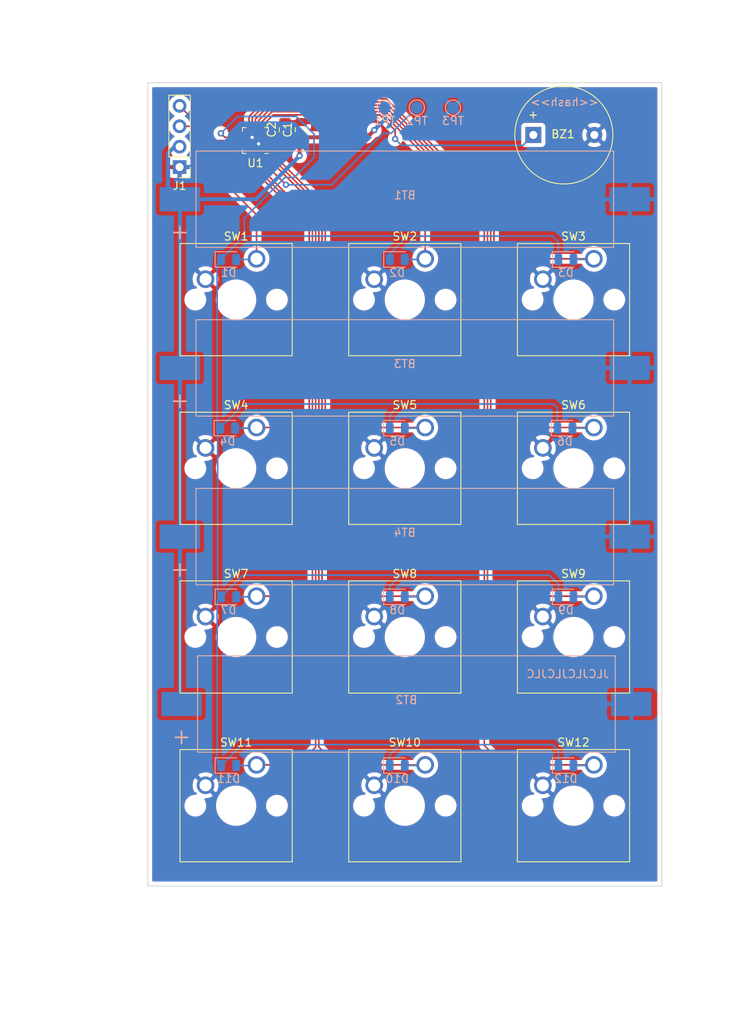
<source format=kicad_pcb>
(kicad_pcb (version 20171130) (host pcbnew "(5.1.10-1-10_14)")
  (title_block (rev <<hash>>))
  (layers (0 F.Cu signal) (31 B.Cu signal) (34 B.Paste user) (35 F.Paste user) (36 B.SilkS user) (37 F.SilkS user) (38 B.Mask user) (39 F.Mask user) (44 Edge.Cuts user))
  (net 0 "")
  (net 1 GND)
  (net 2 VCC)
  (net 3 Button1)
  (net 4 Int)
  (net 5 Button2)
  (net 6 Button3)
  (net 7 Button4)
  (net 8 Button5)
  (net 9 Button6)
  (net 10 Button7)
  (net 11 Button8)
  (net 12 Button9)
  (net 13 Button0)
  (net 14 ButtonStart)
  (net 15 ButtonReset)
  (net 16 SDA)
  (net 17 SCL)
  (net 18 UPDI)
  (net 19 "Net-(U1-Pad11)")
  (net 20 Buzzer)
  (module Connector_PinHeader_2.54mm:PinHeader_1x04_P2.54mm_Vertical (layer F.Cu) (at 96.96 37.5 180)
    (fp_text reference J1 (at 0 -2.33) (layer F.SilkS))
    (fp_text value Conn_01x04)
    (fp_line (start -1.33 8.95) (end 1.33 8.95) (layer F.SilkS) (width 0.12))
    (fp_line (start -1.33 1.27) (end -1.33 8.95) (layer F.SilkS) (width 0.12))
    (fp_line (start 1.33 1.27) (end 1.33 8.95) (layer F.SilkS) (width 0.12))
    (fp_line (start -1.33 1.27) (end 1.33 1.27) (layer F.SilkS) (width 0.12))
    (fp_line (start -1.33 0) (end -1.33 -1.33) (layer F.SilkS) (width 0.12))
    (fp_line (start -1.33 -1.33) (end 0 -1.33) (layer F.SilkS) (width 0.12))
    (pad 4 thru_hole oval (at 0 7.62 180) (size 1.7 1.7) (drill 1) (layers *.Cu *.Mask) (net 16 SDA))
    (pad 3 thru_hole oval (at 0 5.08 180) (size 1.7 1.7) (drill 1) (layers *.Cu *.Mask) (net 17 SCL))
    (pad 2 thru_hole oval (at 0 2.54 180) (size 1.7 1.7) (drill 1) (layers *.Cu *.Mask) (net 2 VCC))
    (pad 1 thru_hole rect (at 0 0 180) (size 1.7 1.7) (drill 1) (layers *.Cu *.Mask) (net 1 GND))
  )
  (module Buzzer_Beeper:Buzzer_12x9.5RM7.6 (layer F.Cu) (at 141 33.5)
    (fp_text reference BZ1 (at 3.7 -0.1) (layer F.SilkS))
    (fp_text value Buzzer)
    (fp_circle (center 3.8 0) (end 9.9 0) (layer F.SilkS) (width 0.12))
    (fp_text user + (at -0.01 -2.54) (layer F.SilkS))
    (pad 2 thru_hole circle (at 7.6 0) (size 2 2) (drill 1) (layers *.Cu *.Mask) (net 1 GND))
    (pad 1 thru_hole rect (at 0 0) (size 2 2) (drill 1) (layers *.Cu *.Mask) (net 20 Buzzer))
  )
  (module Battery:BatteryHolder_3DPrint_1xAAA (layer B.Cu) (at 125 83.5)
    (fp_text reference BT4 (at 0 -0.5) (layer B.SilkS) (effects (justify mirror)))
    (fp_text value Battery_Cell)
    (fp_line (start -26 6) (end 26 6) (layer B.SilkS) (width 0.12))
    (fp_line (start 26 6) (end 26 -6) (layer B.SilkS) (width 0.12))
    (fp_line (start 26 -6) (end -26 -6) (layer B.SilkS) (width 0.12))
    (fp_line (start -26 -6) (end -26 6) (layer B.SilkS) (width 0.12))
    (fp_text user + (at -28 4) (layer B.SilkS) (effects (font (size 2 2) (thickness 0.2)) (justify mirror)))
    (pad 2 smd rect (at 28 0) (size 5 3) (layers B.Cu B.Paste B.Mask) (net 1 GND))
    (pad 1 smd rect (at -28 0) (size 5 3) (layers B.Cu B.Paste B.Mask) (net 2 VCC))
  )
  (module Battery:BatteryHolder_3DPrint_1xAAA (layer B.Cu) (at 125 62.5)
    (fp_text reference BT3 (at 0 -0.5) (layer B.SilkS) (effects (justify mirror)))
    (fp_text value Battery_Cell)
    (fp_line (start -26 6) (end 26 6) (layer B.SilkS) (width 0.12))
    (fp_line (start 26 6) (end 26 -6) (layer B.SilkS) (width 0.12))
    (fp_line (start 26 -6) (end -26 -6) (layer B.SilkS) (width 0.12))
    (fp_line (start -26 -6) (end -26 6) (layer B.SilkS) (width 0.12))
    (fp_text user + (at -28 4) (layer B.SilkS) (effects (font (size 2 2) (thickness 0.2)) (justify mirror)))
    (pad 2 smd rect (at 28 0) (size 5 3) (layers B.Cu B.Paste B.Mask) (net 1 GND))
    (pad 1 smd rect (at -28 0) (size 5 3) (layers B.Cu B.Paste B.Mask) (net 2 VCC))
  )
  (module Battery:BatteryHolder_3DPrint_1xAAA (layer B.Cu) (at 125.2 104.339999)
    (fp_text reference BT2 (at 0 -0.5) (layer B.SilkS) (effects (justify mirror)))
    (fp_text value Battery_Cell)
    (fp_line (start -26 6) (end 26 6) (layer B.SilkS) (width 0.12))
    (fp_line (start 26 6) (end 26 -6) (layer B.SilkS) (width 0.12))
    (fp_line (start 26 -6) (end -26 -6) (layer B.SilkS) (width 0.12))
    (fp_line (start -26 -6) (end -26 6) (layer B.SilkS) (width 0.12))
    (fp_text user + (at -28 4) (layer B.SilkS) (effects (font (size 2 2) (thickness 0.2)) (justify mirror)))
    (pad 2 smd rect (at 28 0) (size 5 3) (layers B.Cu B.Paste B.Mask) (net 1 GND))
    (pad 1 smd rect (at -28 0) (size 5 3) (layers B.Cu B.Paste B.Mask) (net 2 VCC))
  )
  (module Battery:BatteryHolder_3DPrint_1xAAA (layer B.Cu) (at 125 41.5)
    (fp_text reference BT1 (at 0 -0.5) (layer B.SilkS) (effects (justify mirror)))
    (fp_text value Battery_Cell)
    (fp_line (start -26 6) (end 26 6) (layer B.SilkS) (width 0.12))
    (fp_line (start 26 6) (end 26 -6) (layer B.SilkS) (width 0.12))
    (fp_line (start 26 -6) (end -26 -6) (layer B.SilkS) (width 0.12))
    (fp_line (start -26 -6) (end -26 6) (layer B.SilkS) (width 0.12))
    (fp_text user + (at -28 4) (layer B.SilkS) (effects (font (size 2 2) (thickness 0.2)) (justify mirror)))
    (pad 2 smd rect (at 28 0) (size 5 3) (layers B.Cu B.Paste B.Mask) (net 1 GND))
    (pad 1 smd rect (at -28 0) (size 5 3) (layers B.Cu B.Paste B.Mask) (net 2 VCC))
  )
  (module Package_DFN_QFN:VQFN-20-1EP_3x3mm_P0.4mm_EP1.7x1.7mm (layer F.Cu) (at 106.4 34.2 180)
    (fp_text reference U1 (at 0 -2.8) (layer F.SilkS))
    (fp_text value ATtiny1616-M)
    (fp_line (start -1.16 -1.61) (end -1.61 -1.61) (layer F.SilkS) (width 0.12))
    (fp_line (start 1.61 1.61) (end 1.61 1.16) (layer F.SilkS) (width 0.12))
    (fp_line (start 1.16 1.61) (end 1.61 1.61) (layer F.SilkS) (width 0.12))
    (fp_line (start -1.61 1.61) (end -1.61 1.16) (layer F.SilkS) (width 0.12))
    (fp_line (start -1.16 1.61) (end -1.61 1.61) (layer F.SilkS) (width 0.12))
    (fp_line (start 1.61 -1.61) (end 1.61 -1.16) (layer F.SilkS) (width 0.12))
    (fp_line (start 1.16 -1.61) (end 1.61 -1.61) (layer F.SilkS) (width 0.12))
    (pad 21 smd rect (at 0 0 180) (size 1.7 1.7) (layers F.Cu F.Mask) (net 1 GND))
    (pad 20 smd custom (at -0.8 -1.45 180) (size 0.143431 0.143431) (layers F.Cu F.Paste F.Mask) (net 13 Button0) (options (clearance outline) (anchor circle)) (primitives (gr_poly (pts (xy -0.05 -0.35) (xy 0.05 -0.35) (xy 0.05 0.35) (xy 0.000711 0.35) (xy -0.05 0.299289)) (width 0.1))))
    (pad 19 smd roundrect (at -0.4 -1.45 180) (size 0.2 0.8) (layers F.Cu F.Paste F.Mask) (net 18 UPDI))
    (pad 18 smd roundrect (at 0 -1.45 180) (size 0.2 0.8) (layers F.Cu F.Paste F.Mask) (net 14 ButtonStart))
    (pad 17 smd roundrect (at 0.4 -1.45 180) (size 0.2 0.8) (layers F.Cu F.Paste F.Mask) (net 10 Button7))
    (pad 16 smd custom (at 0.8 -1.45 180) (size 0.143431 0.143431) (layers F.Cu F.Paste F.Mask) (net 7 Button4) (options (clearance outline) (anchor circle)) (primitives (gr_poly (pts (xy -0.05 -0.35) (xy 0.05 -0.35) (xy 0.05 0.299289) (xy -0.000711 0.35) (xy -0.05 0.35)) (width 0.1))))
    (pad 15 smd custom (at 1.45 -0.8 180) (size 0.143431 0.143431) (layers F.Cu F.Paste F.Mask) (net 3 Button1) (options (clearance outline) (anchor circle)) (primitives (gr_poly (pts (xy -0.35 0.000711) (xy -0.299289 -0.05) (xy 0.35 -0.05) (xy 0.35 0.05) (xy -0.35 0.05)) (width 0.1))))
    (pad 14 smd roundrect (at 1.45 -0.4 180) (size 0.8 0.2) (layers F.Cu F.Paste F.Mask) (net 17 SCL))
    (pad 13 smd roundrect (at 1.45 0 180) (size 0.8 0.2) (layers F.Cu F.Paste F.Mask) (net 16 SDA))
    (pad 12 smd roundrect (at 1.45 0.4 180) (size 0.8 0.2) (layers F.Cu F.Paste F.Mask) (net 4 Int))
    (pad 11 smd custom (at 1.45 0.8 180) (size 0.143431 0.143431) (layers F.Cu F.Paste F.Mask) (net 19 "Net-(U1-Pad11)") (options (clearance outline) (anchor circle)) (primitives (gr_poly (pts (xy -0.35 -0.05) (xy 0.35 -0.05) (xy 0.35 0.05) (xy -0.299289 0.05) (xy -0.35 -0.000711)) (width 0.1))))
    (pad 10 smd custom (at 0.8 1.45 180) (size 0.143431 0.143431) (layers F.Cu F.Paste F.Mask) (net 6 Button3) (options (clearance outline) (anchor circle)) (primitives (gr_poly (pts (xy -0.05 -0.35) (xy -0.000711 -0.35) (xy 0.05 -0.299289) (xy 0.05 0.35) (xy -0.05 0.35)) (width 0.1))))
    (pad 9 smd roundrect (at 0.4 1.45 180) (size 0.2 0.8) (layers F.Cu F.Paste F.Mask) (net 9 Button6))
    (pad 8 smd roundrect (at 0 1.45 180) (size 0.2 0.8) (layers F.Cu F.Paste F.Mask) (net 12 Button9))
    (pad 7 smd roundrect (at -0.4 1.45 180) (size 0.2 0.8) (layers F.Cu F.Paste F.Mask) (net 15 ButtonReset))
    (pad 6 smd custom (at -0.8 1.45 180) (size 0.143431 0.143431) (layers F.Cu F.Paste F.Mask) (net 5 Button2) (options (clearance outline) (anchor circle)) (primitives (gr_poly (pts (xy -0.05 -0.299289) (xy 0.000711 -0.35) (xy 0.05 -0.35) (xy 0.05 0.35) (xy -0.05 0.35)) (width 0.1))))
    (pad 5 smd custom (at -1.45 0.8 180) (size 0.143431 0.143431) (layers F.Cu F.Paste F.Mask) (net 20 Buzzer) (options (clearance outline) (anchor circle)) (primitives (gr_poly (pts (xy -0.35 -0.05) (xy 0.35 -0.05) (xy 0.35 -0.000711) (xy 0.299289 0.05) (xy -0.35 0.05)) (width 0.1))))
    (pad 4 smd roundrect (at -1.45 0.4 180) (size 0.8 0.2) (layers F.Cu F.Paste F.Mask) (net 2 VCC))
    (pad 3 smd roundrect (at -1.45 0 180) (size 0.8 0.2) (layers F.Cu F.Paste F.Mask) (net 1 GND))
    (pad 2 smd roundrect (at -1.45 -0.4 180) (size 0.8 0.2) (layers F.Cu F.Paste F.Mask) (net 8 Button5))
    (pad 1 smd custom (at -1.45 -0.8 180) (size 0.143431 0.143431) (layers F.Cu F.Paste F.Mask) (net 11 Button8) (options (clearance outline) (anchor circle)) (primitives (gr_poly (pts (xy -0.35 -0.05) (xy 0.299289 -0.05) (xy 0.35 0.000711) (xy 0.35 0.05) (xy -0.35 0.05)) (width 0.1))))
  )
  (module TestPoint:TestPoint_Pad_D1.5mm (layer B.Cu) (at 131 30.1)
    (fp_text reference TP3 (at 0 1.648) (layer B.SilkS) (effects (justify mirror)))
    (fp_text value TestPoint)
    (fp_circle (center 0 0) (end 0 -0.95) (layer B.SilkS) (width 0.12))
    (pad 1 smd circle (at 0 0) (size 1.5 1.5) (layers B.Cu B.Mask) (net 1 GND))
  )
  (module TestPoint:TestPoint_Pad_D1.5mm (layer B.Cu) (at 126.5 30.1)
    (fp_text reference TP2 (at 0 1.648) (layer B.SilkS) (effects (justify mirror)))
    (fp_text value TestPoint)
    (fp_circle (center 0 0) (end 0 -0.95) (layer B.SilkS) (width 0.12))
    (pad 1 smd circle (at 0 0) (size 1.5 1.5) (layers B.Cu B.Mask) (net 18 UPDI))
  )
  (module TestPoint:TestPoint_Pad_D1.5mm (layer B.Cu) (at 122.5 30.1)
    (fp_text reference TP1 (at 0 1.648) (layer B.SilkS) (effects (justify mirror)))
    (fp_text value TestPoint)
    (fp_circle (center 0 0) (end 0 -0.95) (layer B.SilkS) (width 0.12))
    (pad 1 smd circle (at 0 0) (size 1.5 1.5) (layers B.Cu B.Mask) (net 2 VCC))
  )
  (module Button_Switch_Keyboard:SW_Cherry_MX_1.00u_PCB (layer F.Cu) (at 148.54 111.92)
    (fp_text reference SW12 (at -2.54 -2.794) (layer F.SilkS))
    (fp_text value SW_Push)
    (fp_line (start -9.525 12.065) (end -9.525 -1.905) (layer F.SilkS) (width 0.12))
    (fp_line (start 4.445 12.065) (end -9.525 12.065) (layer F.SilkS) (width 0.12))
    (fp_line (start 4.445 -1.905) (end 4.445 12.065) (layer F.SilkS) (width 0.12))
    (fp_line (start -9.525 -1.905) (end 4.445 -1.905) (layer F.SilkS) (width 0.12))
    (pad "" np_thru_hole circle (at 2.54 5.08) (size 1.7 1.7) (drill 1.7) (layers *.Cu *.Mask))
    (pad "" np_thru_hole circle (at -7.62 5.08) (size 1.7 1.7) (drill 1.7) (layers *.Cu *.Mask))
    (pad "" np_thru_hole circle (at -2.54 5.08) (size 4 4) (drill 4) (layers *.Cu *.Mask))
    (pad 2 thru_hole circle (at -6.35 2.54) (size 2.2 2.2) (drill 1.5) (layers *.Cu *.Mask) (net 1 GND))
    (pad 1 thru_hole circle (at 0 0) (size 2.2 2.2) (drill 1.5) (layers *.Cu *.Mask) (net 15 ButtonReset))
  )
  (module Button_Switch_Keyboard:SW_Cherry_MX_1.00u_PCB (layer F.Cu) (at 106.54 111.92)
    (fp_text reference SW11 (at -2.54 -2.794) (layer F.SilkS))
    (fp_text value SW_Push)
    (fp_line (start -9.525 12.065) (end -9.525 -1.905) (layer F.SilkS) (width 0.12))
    (fp_line (start 4.445 12.065) (end -9.525 12.065) (layer F.SilkS) (width 0.12))
    (fp_line (start 4.445 -1.905) (end 4.445 12.065) (layer F.SilkS) (width 0.12))
    (fp_line (start -9.525 -1.905) (end 4.445 -1.905) (layer F.SilkS) (width 0.12))
    (pad "" np_thru_hole circle (at 2.54 5.08) (size 1.7 1.7) (drill 1.7) (layers *.Cu *.Mask))
    (pad "" np_thru_hole circle (at -7.62 5.08) (size 1.7 1.7) (drill 1.7) (layers *.Cu *.Mask))
    (pad "" np_thru_hole circle (at -2.54 5.08) (size 4 4) (drill 4) (layers *.Cu *.Mask))
    (pad 2 thru_hole circle (at -6.35 2.54) (size 2.2 2.2) (drill 1.5) (layers *.Cu *.Mask) (net 1 GND))
    (pad 1 thru_hole circle (at 0 0) (size 2.2 2.2) (drill 1.5) (layers *.Cu *.Mask) (net 14 ButtonStart))
  )
  (module Button_Switch_Keyboard:SW_Cherry_MX_1.00u_PCB (layer F.Cu) (at 127.54 111.92)
    (fp_text reference SW10 (at -2.54 -2.794) (layer F.SilkS))
    (fp_text value SW_Push)
    (fp_line (start -9.525 12.065) (end -9.525 -1.905) (layer F.SilkS) (width 0.12))
    (fp_line (start 4.445 12.065) (end -9.525 12.065) (layer F.SilkS) (width 0.12))
    (fp_line (start 4.445 -1.905) (end 4.445 12.065) (layer F.SilkS) (width 0.12))
    (fp_line (start -9.525 -1.905) (end 4.445 -1.905) (layer F.SilkS) (width 0.12))
    (pad "" np_thru_hole circle (at 2.54 5.08) (size 1.7 1.7) (drill 1.7) (layers *.Cu *.Mask))
    (pad "" np_thru_hole circle (at -7.62 5.08) (size 1.7 1.7) (drill 1.7) (layers *.Cu *.Mask))
    (pad "" np_thru_hole circle (at -2.54 5.08) (size 4 4) (drill 4) (layers *.Cu *.Mask))
    (pad 2 thru_hole circle (at -6.35 2.54) (size 2.2 2.2) (drill 1.5) (layers *.Cu *.Mask) (net 1 GND))
    (pad 1 thru_hole circle (at 0 0) (size 2.2 2.2) (drill 1.5) (layers *.Cu *.Mask) (net 13 Button0))
  )
  (module Button_Switch_Keyboard:SW_Cherry_MX_1.00u_PCB (layer F.Cu) (at 148.54 90.92)
    (fp_text reference SW9 (at -2.54 -2.794) (layer F.SilkS))
    (fp_text value SW_Push)
    (fp_line (start -9.525 12.065) (end -9.525 -1.905) (layer F.SilkS) (width 0.12))
    (fp_line (start 4.445 12.065) (end -9.525 12.065) (layer F.SilkS) (width 0.12))
    (fp_line (start 4.445 -1.905) (end 4.445 12.065) (layer F.SilkS) (width 0.12))
    (fp_line (start -9.525 -1.905) (end 4.445 -1.905) (layer F.SilkS) (width 0.12))
    (pad "" np_thru_hole circle (at 2.54 5.08) (size 1.7 1.7) (drill 1.7) (layers *.Cu *.Mask))
    (pad "" np_thru_hole circle (at -7.62 5.08) (size 1.7 1.7) (drill 1.7) (layers *.Cu *.Mask))
    (pad "" np_thru_hole circle (at -2.54 5.08) (size 4 4) (drill 4) (layers *.Cu *.Mask))
    (pad 2 thru_hole circle (at -6.35 2.54) (size 2.2 2.2) (drill 1.5) (layers *.Cu *.Mask) (net 1 GND))
    (pad 1 thru_hole circle (at 0 0) (size 2.2 2.2) (drill 1.5) (layers *.Cu *.Mask) (net 12 Button9))
  )
  (module Button_Switch_Keyboard:SW_Cherry_MX_1.00u_PCB (layer F.Cu) (at 127.54 90.92)
    (fp_text reference SW8 (at -2.54 -2.794) (layer F.SilkS))
    (fp_text value SW_Push)
    (fp_line (start -9.525 12.065) (end -9.525 -1.905) (layer F.SilkS) (width 0.12))
    (fp_line (start 4.445 12.065) (end -9.525 12.065) (layer F.SilkS) (width 0.12))
    (fp_line (start 4.445 -1.905) (end 4.445 12.065) (layer F.SilkS) (width 0.12))
    (fp_line (start -9.525 -1.905) (end 4.445 -1.905) (layer F.SilkS) (width 0.12))
    (pad "" np_thru_hole circle (at 2.54 5.08) (size 1.7 1.7) (drill 1.7) (layers *.Cu *.Mask))
    (pad "" np_thru_hole circle (at -7.62 5.08) (size 1.7 1.7) (drill 1.7) (layers *.Cu *.Mask))
    (pad "" np_thru_hole circle (at -2.54 5.08) (size 4 4) (drill 4) (layers *.Cu *.Mask))
    (pad 2 thru_hole circle (at -6.35 2.54) (size 2.2 2.2) (drill 1.5) (layers *.Cu *.Mask) (net 1 GND))
    (pad 1 thru_hole circle (at 0 0) (size 2.2 2.2) (drill 1.5) (layers *.Cu *.Mask) (net 11 Button8))
  )
  (module Button_Switch_Keyboard:SW_Cherry_MX_1.00u_PCB (layer F.Cu) (at 106.54 90.92)
    (fp_text reference SW7 (at -2.54 -2.794) (layer F.SilkS))
    (fp_text value SW_Push)
    (fp_line (start -9.525 12.065) (end -9.525 -1.905) (layer F.SilkS) (width 0.12))
    (fp_line (start 4.445 12.065) (end -9.525 12.065) (layer F.SilkS) (width 0.12))
    (fp_line (start 4.445 -1.905) (end 4.445 12.065) (layer F.SilkS) (width 0.12))
    (fp_line (start -9.525 -1.905) (end 4.445 -1.905) (layer F.SilkS) (width 0.12))
    (pad "" np_thru_hole circle (at 2.54 5.08) (size 1.7 1.7) (drill 1.7) (layers *.Cu *.Mask))
    (pad "" np_thru_hole circle (at -7.62 5.08) (size 1.7 1.7) (drill 1.7) (layers *.Cu *.Mask))
    (pad "" np_thru_hole circle (at -2.54 5.08) (size 4 4) (drill 4) (layers *.Cu *.Mask))
    (pad 2 thru_hole circle (at -6.35 2.54) (size 2.2 2.2) (drill 1.5) (layers *.Cu *.Mask) (net 1 GND))
    (pad 1 thru_hole circle (at 0 0) (size 2.2 2.2) (drill 1.5) (layers *.Cu *.Mask) (net 10 Button7))
  )
  (module Button_Switch_Keyboard:SW_Cherry_MX_1.00u_PCB (layer F.Cu) (at 148.54 69.92)
    (fp_text reference SW6 (at -2.54 -2.794) (layer F.SilkS))
    (fp_text value SW_Push)
    (fp_line (start -9.525 12.065) (end -9.525 -1.905) (layer F.SilkS) (width 0.12))
    (fp_line (start 4.445 12.065) (end -9.525 12.065) (layer F.SilkS) (width 0.12))
    (fp_line (start 4.445 -1.905) (end 4.445 12.065) (layer F.SilkS) (width 0.12))
    (fp_line (start -9.525 -1.905) (end 4.445 -1.905) (layer F.SilkS) (width 0.12))
    (pad "" np_thru_hole circle (at 2.54 5.08) (size 1.7 1.7) (drill 1.7) (layers *.Cu *.Mask))
    (pad "" np_thru_hole circle (at -7.62 5.08) (size 1.7 1.7) (drill 1.7) (layers *.Cu *.Mask))
    (pad "" np_thru_hole circle (at -2.54 5.08) (size 4 4) (drill 4) (layers *.Cu *.Mask))
    (pad 2 thru_hole circle (at -6.35 2.54) (size 2.2 2.2) (drill 1.5) (layers *.Cu *.Mask) (net 1 GND))
    (pad 1 thru_hole circle (at 0 0) (size 2.2 2.2) (drill 1.5) (layers *.Cu *.Mask) (net 9 Button6))
  )
  (module Button_Switch_Keyboard:SW_Cherry_MX_1.00u_PCB (layer F.Cu) (at 127.54 69.92)
    (fp_text reference SW5 (at -2.54 -2.794) (layer F.SilkS))
    (fp_text value SW_Push)
    (fp_line (start -9.525 12.065) (end -9.525 -1.905) (layer F.SilkS) (width 0.12))
    (fp_line (start 4.445 12.065) (end -9.525 12.065) (layer F.SilkS) (width 0.12))
    (fp_line (start 4.445 -1.905) (end 4.445 12.065) (layer F.SilkS) (width 0.12))
    (fp_line (start -9.525 -1.905) (end 4.445 -1.905) (layer F.SilkS) (width 0.12))
    (pad "" np_thru_hole circle (at 2.54 5.08) (size 1.7 1.7) (drill 1.7) (layers *.Cu *.Mask))
    (pad "" np_thru_hole circle (at -7.62 5.08) (size 1.7 1.7) (drill 1.7) (layers *.Cu *.Mask))
    (pad "" np_thru_hole circle (at -2.54 5.08) (size 4 4) (drill 4) (layers *.Cu *.Mask))
    (pad 2 thru_hole circle (at -6.35 2.54) (size 2.2 2.2) (drill 1.5) (layers *.Cu *.Mask) (net 1 GND))
    (pad 1 thru_hole circle (at 0 0) (size 2.2 2.2) (drill 1.5) (layers *.Cu *.Mask) (net 8 Button5))
  )
  (module Diode_SMD:D_0805_2012Metric (layer B.Cu) (at 145.0625 112)
    (fp_text reference D12 (at 0 1.65) (layer B.SilkS) (effects (justify mirror)))
    (fp_text value D_Small)
    (fp_line (start -1.685 -0.96) (end 1 -0.96) (layer B.SilkS) (width 0.12))
    (fp_line (start -1.685 0.96) (end -1.685 -0.96) (layer B.SilkS) (width 0.12))
    (fp_line (start 1 0.96) (end -1.685 0.96) (layer B.SilkS) (width 0.12))
    (pad 2 smd roundrect (at 0.9375 0) (size 0.975 1.4) (layers B.Cu B.Paste B.Mask) (net 15 ButtonReset))
    (pad 1 smd roundrect (at -0.9375 0) (size 0.975 1.4) (layers B.Cu B.Paste B.Mask) (net 4 Int))
  )
  (module Diode_SMD:D_0805_2012Metric (layer B.Cu) (at 103.0625 112)
    (fp_text reference D11 (at 0 1.65) (layer B.SilkS) (effects (justify mirror)))
    (fp_text value D_Small)
    (fp_line (start -1.685 -0.96) (end 1 -0.96) (layer B.SilkS) (width 0.12))
    (fp_line (start -1.685 0.96) (end -1.685 -0.96) (layer B.SilkS) (width 0.12))
    (fp_line (start 1 0.96) (end -1.685 0.96) (layer B.SilkS) (width 0.12))
    (pad 2 smd roundrect (at 0.9375 0) (size 0.975 1.4) (layers B.Cu B.Paste B.Mask) (net 14 ButtonStart))
    (pad 1 smd roundrect (at -0.9375 0) (size 0.975 1.4) (layers B.Cu B.Paste B.Mask) (net 4 Int))
  )
  (module Diode_SMD:D_0805_2012Metric (layer B.Cu) (at 124.0625 112)
    (fp_text reference D10 (at 0 1.65) (layer B.SilkS) (effects (justify mirror)))
    (fp_text value D_Small)
    (fp_line (start -1.685 -0.96) (end 1 -0.96) (layer B.SilkS) (width 0.12))
    (fp_line (start -1.685 0.96) (end -1.685 -0.96) (layer B.SilkS) (width 0.12))
    (fp_line (start 1 0.96) (end -1.685 0.96) (layer B.SilkS) (width 0.12))
    (pad 2 smd roundrect (at 0.9375 0) (size 0.975 1.4) (layers B.Cu B.Paste B.Mask) (net 13 Button0))
    (pad 1 smd roundrect (at -0.9375 0) (size 0.975 1.4) (layers B.Cu B.Paste B.Mask) (net 4 Int))
  )
  (module Diode_SMD:D_0805_2012Metric (layer B.Cu) (at 145.0625 91)
    (fp_text reference D9 (at 0 1.65) (layer B.SilkS) (effects (justify mirror)))
    (fp_text value D_Small)
    (fp_line (start -1.685 -0.96) (end 1 -0.96) (layer B.SilkS) (width 0.12))
    (fp_line (start -1.685 0.96) (end -1.685 -0.96) (layer B.SilkS) (width 0.12))
    (fp_line (start 1 0.96) (end -1.685 0.96) (layer B.SilkS) (width 0.12))
    (pad 2 smd roundrect (at 0.9375 0) (size 0.975 1.4) (layers B.Cu B.Paste B.Mask) (net 12 Button9))
    (pad 1 smd roundrect (at -0.9375 0) (size 0.975 1.4) (layers B.Cu B.Paste B.Mask) (net 4 Int))
  )
  (module Diode_SMD:D_0805_2012Metric (layer B.Cu) (at 124.0625 91)
    (fp_text reference D8 (at 0 1.65) (layer B.SilkS) (effects (justify mirror)))
    (fp_text value D_Small)
    (fp_line (start -1.685 -0.96) (end 1 -0.96) (layer B.SilkS) (width 0.12))
    (fp_line (start -1.685 0.96) (end -1.685 -0.96) (layer B.SilkS) (width 0.12))
    (fp_line (start 1 0.96) (end -1.685 0.96) (layer B.SilkS) (width 0.12))
    (pad 2 smd roundrect (at 0.9375 0) (size 0.975 1.4) (layers B.Cu B.Paste B.Mask) (net 11 Button8))
    (pad 1 smd roundrect (at -0.9375 0) (size 0.975 1.4) (layers B.Cu B.Paste B.Mask) (net 4 Int))
  )
  (module Diode_SMD:D_0805_2012Metric (layer B.Cu) (at 103.0625 91)
    (fp_text reference D7 (at 0 1.65) (layer B.SilkS) (effects (justify mirror)))
    (fp_text value D_Small)
    (fp_line (start -1.685 -0.96) (end 1 -0.96) (layer B.SilkS) (width 0.12))
    (fp_line (start -1.685 0.96) (end -1.685 -0.96) (layer B.SilkS) (width 0.12))
    (fp_line (start 1 0.96) (end -1.685 0.96) (layer B.SilkS) (width 0.12))
    (pad 2 smd roundrect (at 0.9375 0) (size 0.975 1.4) (layers B.Cu B.Paste B.Mask) (net 10 Button7))
    (pad 1 smd roundrect (at -0.9375 0) (size 0.975 1.4) (layers B.Cu B.Paste B.Mask) (net 4 Int))
  )
  (module Diode_SMD:D_0805_2012Metric (layer B.Cu) (at 144.9375 70)
    (fp_text reference D6 (at 0 1.65) (layer B.SilkS) (effects (justify mirror)))
    (fp_text value D_Small)
    (fp_line (start -1.685 -0.96) (end 1 -0.96) (layer B.SilkS) (width 0.12))
    (fp_line (start -1.685 0.96) (end -1.685 -0.96) (layer B.SilkS) (width 0.12))
    (fp_line (start 1 0.96) (end -1.685 0.96) (layer B.SilkS) (width 0.12))
    (pad 2 smd roundrect (at 0.9375 0) (size 0.975 1.4) (layers B.Cu B.Paste B.Mask) (net 9 Button6))
    (pad 1 smd roundrect (at -0.9375 0) (size 0.975 1.4) (layers B.Cu B.Paste B.Mask) (net 4 Int))
  )
  (module Diode_SMD:D_0805_2012Metric (layer B.Cu) (at 124.0625 70)
    (fp_text reference D5 (at 0 1.65) (layer B.SilkS) (effects (justify mirror)))
    (fp_text value D_Small)
    (fp_line (start -1.685 -0.96) (end 1 -0.96) (layer B.SilkS) (width 0.12))
    (fp_line (start -1.685 0.96) (end -1.685 -0.96) (layer B.SilkS) (width 0.12))
    (fp_line (start 1 0.96) (end -1.685 0.96) (layer B.SilkS) (width 0.12))
    (pad 2 smd roundrect (at 0.9375 0) (size 0.975 1.4) (layers B.Cu B.Paste B.Mask) (net 8 Button5))
    (pad 1 smd roundrect (at -0.9375 0) (size 0.975 1.4) (layers B.Cu B.Paste B.Mask) (net 4 Int))
  )
  (module Diode_SMD:D_0805_2012Metric (layer B.Cu) (at 102.9375 70)
    (fp_text reference D4 (at 0 1.65) (layer B.SilkS) (effects (justify mirror)))
    (fp_text value D_Small)
    (fp_line (start -1.685 -0.96) (end 1 -0.96) (layer B.SilkS) (width 0.12))
    (fp_line (start -1.685 0.96) (end -1.685 -0.96) (layer B.SilkS) (width 0.12))
    (fp_line (start 1 0.96) (end -1.685 0.96) (layer B.SilkS) (width 0.12))
    (pad 2 smd roundrect (at 0.9375 0) (size 0.975 1.4) (layers B.Cu B.Paste B.Mask) (net 7 Button4))
    (pad 1 smd roundrect (at -0.9375 0) (size 0.975 1.4) (layers B.Cu B.Paste B.Mask) (net 4 Int))
  )
  (module Diode_SMD:D_0805_2012Metric (layer B.Cu) (at 145.0625 49)
    (fp_text reference D3 (at 0 1.65) (layer B.SilkS) (effects (justify mirror)))
    (fp_text value D_Small)
    (fp_line (start -1.685 -0.96) (end 1 -0.96) (layer B.SilkS) (width 0.12))
    (fp_line (start -1.685 0.96) (end -1.685 -0.96) (layer B.SilkS) (width 0.12))
    (fp_line (start 1 0.96) (end -1.685 0.96) (layer B.SilkS) (width 0.12))
    (pad 2 smd roundrect (at 0.9375 0) (size 0.975 1.4) (layers B.Cu B.Paste B.Mask) (net 6 Button3))
    (pad 1 smd roundrect (at -0.9375 0) (size 0.975 1.4) (layers B.Cu B.Paste B.Mask) (net 4 Int))
  )
  (module Diode_SMD:D_0805_2012Metric (layer B.Cu) (at 124.0625 49)
    (fp_text reference D2 (at 0 1.65) (layer B.SilkS) (effects (justify mirror)))
    (fp_text value D_Small)
    (fp_line (start -1.685 -0.96) (end 1 -0.96) (layer B.SilkS) (width 0.12))
    (fp_line (start -1.685 0.96) (end -1.685 -0.96) (layer B.SilkS) (width 0.12))
    (fp_line (start 1 0.96) (end -1.685 0.96) (layer B.SilkS) (width 0.12))
    (pad 2 smd roundrect (at 0.9375 0) (size 0.975 1.4) (layers B.Cu B.Paste B.Mask) (net 5 Button2))
    (pad 1 smd roundrect (at -0.9375 0) (size 0.975 1.4) (layers B.Cu B.Paste B.Mask) (net 4 Int))
  )
  (module Diode_SMD:D_0805_2012Metric (layer B.Cu) (at 103.0625 49)
    (fp_text reference D1 (at 0 1.65) (layer B.SilkS) (effects (justify mirror)))
    (fp_text value D_Small)
    (fp_line (start -1.685 -0.96) (end 1 -0.96) (layer B.SilkS) (width 0.12))
    (fp_line (start -1.685 0.96) (end -1.685 -0.96) (layer B.SilkS) (width 0.12))
    (fp_line (start 1 0.96) (end -1.685 0.96) (layer B.SilkS) (width 0.12))
    (pad 2 smd roundrect (at 0.9375 0) (size 0.975 1.4) (layers B.Cu B.Paste B.Mask) (net 3 Button1))
    (pad 1 smd roundrect (at -0.9375 0) (size 0.975 1.4) (layers B.Cu B.Paste B.Mask) (net 4 Int))
  )
  (module Capacitor_SMD:C_0805_2012Metric (layer F.Cu) (at 110.1 32.85 90)
    (fp_text reference C2 (at 0 -1.68 90) (layer F.SilkS))
    (fp_text value C_Small)
    (fp_line (start -0.261252 0.735) (end 0.261252 0.735) (layer F.SilkS) (width 0.12))
    (fp_line (start -0.261252 -0.735) (end 0.261252 -0.735) (layer F.SilkS) (width 0.12))
    (pad 2 smd roundrect (at 0.95 0 90) (size 1 1.45) (layers F.Cu F.Paste F.Mask) (net 1 GND))
    (pad 1 smd roundrect (at -0.95 0 90) (size 1 1.45) (layers F.Cu F.Paste F.Mask) (net 2 VCC))
  )
  (module Capacitor_SMD:C_0805_2012Metric (layer F.Cu) (at 112.1 32.85 90)
    (fp_text reference C1 (at 0 -1.68 90) (layer F.SilkS))
    (fp_text value C_Small)
    (fp_line (start -0.261252 0.735) (end 0.261252 0.735) (layer F.SilkS) (width 0.12))
    (fp_line (start -0.261252 -0.735) (end 0.261252 -0.735) (layer F.SilkS) (width 0.12))
    (pad 2 smd roundrect (at 0.95 0 90) (size 1 1.45) (layers F.Cu F.Paste F.Mask) (net 1 GND))
    (pad 1 smd roundrect (at -0.95 0 90) (size 1 1.45) (layers F.Cu F.Paste F.Mask) (net 2 VCC))
  )
  (module Button_Switch_Keyboard:SW_Cherry_MX_1.00u_PCB (layer F.Cu) (at 106.54 69.92)
    (fp_text reference SW4 (at -2.54 -2.794) (layer F.SilkS))
    (fp_text value SW_Push)
    (fp_line (start -9.525 -1.905) (end 4.445 -1.905) (layer F.SilkS) (width 0.12))
    (fp_line (start 4.445 -1.905) (end 4.445 12.065) (layer F.SilkS) (width 0.12))
    (fp_line (start 4.445 12.065) (end -9.525 12.065) (layer F.SilkS) (width 0.12))
    (fp_line (start -9.525 12.065) (end -9.525 -1.905) (layer F.SilkS) (width 0.12))
    (pad "" np_thru_hole circle (at 2.54 5.08) (size 1.7 1.7) (drill 1.7) (layers *.Cu *.Mask))
    (pad "" np_thru_hole circle (at -7.62 5.08) (size 1.7 1.7) (drill 1.7) (layers *.Cu *.Mask))
    (pad "" np_thru_hole circle (at -2.54 5.08) (size 4 4) (drill 4) (layers *.Cu *.Mask))
    (pad 2 thru_hole circle (at -6.35 2.54) (size 2.2 2.2) (drill 1.5) (layers *.Cu *.Mask) (net 1 GND))
    (pad 1 thru_hole circle (at 0 0) (size 2.2 2.2) (drill 1.5) (layers *.Cu *.Mask) (net 7 Button4))
  )
  (module Button_Switch_Keyboard:SW_Cherry_MX_1.00u_PCB (layer F.Cu) (at 148.54 48.92)
    (fp_text reference SW3 (at -2.54 -2.794) (layer F.SilkS))
    (fp_text value SW_Push)
    (fp_line (start -9.525 -1.905) (end 4.445 -1.905) (layer F.SilkS) (width 0.12))
    (fp_line (start 4.445 -1.905) (end 4.445 12.065) (layer F.SilkS) (width 0.12))
    (fp_line (start 4.445 12.065) (end -9.525 12.065) (layer F.SilkS) (width 0.12))
    (fp_line (start -9.525 12.065) (end -9.525 -1.905) (layer F.SilkS) (width 0.12))
    (pad "" np_thru_hole circle (at 2.54 5.08) (size 1.7 1.7) (drill 1.7) (layers *.Cu *.Mask))
    (pad "" np_thru_hole circle (at -7.62 5.08) (size 1.7 1.7) (drill 1.7) (layers *.Cu *.Mask))
    (pad "" np_thru_hole circle (at -2.54 5.08) (size 4 4) (drill 4) (layers *.Cu *.Mask))
    (pad 2 thru_hole circle (at -6.35 2.54) (size 2.2 2.2) (drill 1.5) (layers *.Cu *.Mask) (net 1 GND))
    (pad 1 thru_hole circle (at 0 0) (size 2.2 2.2) (drill 1.5) (layers *.Cu *.Mask) (net 6 Button3))
  )
  (module Button_Switch_Keyboard:SW_Cherry_MX_1.00u_PCB (layer F.Cu) (at 127.54 48.92)
    (fp_text reference SW2 (at -2.54 -2.794) (layer F.SilkS))
    (fp_text value SW_Push)
    (fp_line (start -9.525 -1.905) (end 4.445 -1.905) (layer F.SilkS) (width 0.12))
    (fp_line (start 4.445 -1.905) (end 4.445 12.065) (layer F.SilkS) (width 0.12))
    (fp_line (start 4.445 12.065) (end -9.525 12.065) (layer F.SilkS) (width 0.12))
    (fp_line (start -9.525 12.065) (end -9.525 -1.905) (layer F.SilkS) (width 0.12))
    (pad "" np_thru_hole circle (at 2.54 5.08) (size 1.7 1.7) (drill 1.7) (layers *.Cu *.Mask))
    (pad "" np_thru_hole circle (at -7.62 5.08) (size 1.7 1.7) (drill 1.7) (layers *.Cu *.Mask))
    (pad "" np_thru_hole circle (at -2.54 5.08) (size 4 4) (drill 4) (layers *.Cu *.Mask))
    (pad 2 thru_hole circle (at -6.35 2.54) (size 2.2 2.2) (drill 1.5) (layers *.Cu *.Mask) (net 1 GND))
    (pad 1 thru_hole circle (at 0 0) (size 2.2 2.2) (drill 1.5) (layers *.Cu *.Mask) (net 5 Button2))
  )
  (module Button_Switch_Keyboard:SW_Cherry_MX_1.00u_PCB (layer F.Cu) (at 106.54 48.92)
    (fp_text reference SW1 (at -2.54 -2.794) (layer F.SilkS))
    (fp_text value SW_Push)
    (fp_line (start -9.525 -1.905) (end 4.445 -1.905) (layer F.SilkS) (width 0.12))
    (fp_line (start 4.445 -1.905) (end 4.445 12.065) (layer F.SilkS) (width 0.12))
    (fp_line (start 4.445 12.065) (end -9.525 12.065) (layer F.SilkS) (width 0.12))
    (fp_line (start -9.525 12.065) (end -9.525 -1.905) (layer F.SilkS) (width 0.12))
    (pad "" np_thru_hole circle (at 2.54 5.08) (size 1.7 1.7) (drill 1.7) (layers *.Cu *.Mask))
    (pad "" np_thru_hole circle (at -7.62 5.08) (size 1.7 1.7) (drill 1.7) (layers *.Cu *.Mask))
    (pad "" np_thru_hole circle (at -2.54 5.08) (size 4 4) (drill 4) (layers *.Cu *.Mask))
    (pad 2 thru_hole circle (at -6.35 2.54) (size 2.2 2.2) (drill 1.5) (layers *.Cu *.Mask) (net 1 GND))
    (pad 1 thru_hole circle (at 0 0) (size 2.2 2.2) (drill 1.5) (layers *.Cu *.Mask) (net 3 Button1))
  )
  (gr_text JLCJLCJLCJLC (at 145.3 100.6) (layer B.SilkS) (effects (font (size 1 1)) (justify mirror)))
  (gr_text <<hash>> (at 144.9 29.4) (layer B.SilkS) (effects (font (size 1 1)) (justify mirror)))
  (gr_line (start 93 127) (end 157 127) (layer Edge.Cuts) (width 0.1))
  (gr_line (start 157 27) (end 157 127) (layer Edge.Cuts) (width 0.1))
  (gr_line (start 93 27) (end 157 27) (layer Edge.Cuts) (width 0.1))
  (gr_line (start 93 27) (end 93 127) (layer Edge.Cuts) (width 0.1))
  (via (at 106.8 34.6) (size 0.8) (drill 0.4) (layers F.Cu B.Cu) (net 1))
  (via (at 106 33.8) (size 0.8) (drill 0.4) (layers F.Cu B.Cu) (net 1))
  (segment (start 107.85 34.2) (end 106.4 34.2) (width 0.2) (layer F.Cu) (net 1))
  (segment (start 107.85 34.2) (end 108.7 34.2) (width 0.2) (layer F.Cu) (net 1))
  (segment (start 108.7 34.2) (end 109.5 35) (width 0.2) (layer F.Cu) (net 1))
  (segment (start 112.1 34) (end 112.1 33.8) (width 0.2) (layer F.Cu) (net 2))
  (segment (start 97 41.5) (end 97 62.5) (width 0.5) (layer B.Cu) (net 2))
  (segment (start 97 62.5) (end 97 83.5) (width 0.5) (layer B.Cu) (net 2))
  (segment (start 97 104.139999) (end 97.2 104.339999) (width 0.5) (layer B.Cu) (net 2))
  (segment (start 97 83.5) (end 97 104.139999) (width 0.5) (layer B.Cu) (net 2))
  (segment (start 97 34.96) (end 96.34 34.96) (width 0.5) (layer B.Cu) (net 2))
  (segment (start 95.534999 40.034999) (end 97 41.5) (width 0.5) (layer B.Cu) (net 2))
  (segment (start 95.534999 35.765001) (end 95.534999 40.034999) (width 0.5) (layer B.Cu) (net 2))
  (segment (start 96.34 34.96) (end 95.534999 35.765001) (width 0.5) (layer B.Cu) (net 2))
  (segment (start 107.85 33.8) (end 110.1 33.8) (width 0.2) (layer F.Cu) (net 2))
  (segment (start 110.1 33.8) (end 112.1 33.8) (width 0.5) (layer F.Cu) (net 2))
  (segment (start 97 41.5) (end 106.5 41.5) (width 0.5) (layer B.Cu) (net 2))
  (via (at 111.9 36.1) (size 0.8) (drill 0.4) (layers F.Cu B.Cu) (net 2))
  (segment (start 106.5 41.5) (end 111.9 36.1) (width 0.5) (layer B.Cu) (net 2))
  (segment (start 111.9 34) (end 112.1 33.8) (width 0.5) (layer F.Cu) (net 2))
  (segment (start 111.9 36.1) (end 111.9 34) (width 0.5) (layer F.Cu) (net 2))
  (via (at 121.2 32.9) (size 0.8) (drill 0.4) (layers F.Cu B.Cu) (net 2))
  (segment (start 120.3 33.8) (end 121.2 32.9) (width 0.5) (layer F.Cu) (net 2))
  (segment (start 112.1 33.8) (end 120.3 33.8) (width 0.5) (layer F.Cu) (net 2))
  (segment (start 121.2 32.9) (end 122.5 31.6) (width 0.5) (layer B.Cu) (net 2))
  (segment (start 122.5 31.6) (end 122.5 30.1) (width 0.5) (layer B.Cu) (net 2))
  (segment (start 106.46 49) (end 106.54 48.92) (width 0.2) (layer B.Cu) (net 3))
  (segment (start 104 49) (end 106.46 49) (width 0.2) (layer B.Cu) (net 3))
  (segment (start 144.125 91) (end 144.125 89.425) (width 0.2) (layer B.Cu) (net 4))
  (segment (start 144.125 89.425) (end 143 88.3) (width 0.2) (layer B.Cu) (net 4))
  (segment (start 104.825 88.3) (end 102.125 91) (width 0.2) (layer B.Cu) (net 4))
  (segment (start 123.125 91) (end 123.125 89.675) (width 0.2) (layer B.Cu) (net 4))
  (segment (start 124.5 88.3) (end 104.825 88.3) (width 0.2) (layer B.Cu) (net 4))
  (segment (start 123.125 89.675) (end 124.5 88.3) (width 0.2) (layer B.Cu) (net 4))
  (segment (start 143 88.3) (end 124.5 88.3) (width 0.2) (layer B.Cu) (net 4))
  (segment (start 144 70) (end 144 67.5) (width 0.2) (layer B.Cu) (net 4))
  (segment (start 144 67.5) (end 143.5 67) (width 0.2) (layer B.Cu) (net 4))
  (segment (start 105 67) (end 102 70) (width 0.2) (layer B.Cu) (net 4))
  (segment (start 123.125 68.375) (end 124.5 67) (width 0.2) (layer B.Cu) (net 4))
  (segment (start 123.125 70) (end 123.125 68.375) (width 0.2) (layer B.Cu) (net 4))
  (segment (start 124.5 67) (end 105 67) (width 0.2) (layer B.Cu) (net 4))
  (segment (start 143.5 67) (end 124.5 67) (width 0.2) (layer B.Cu) (net 4))
  (segment (start 144.125 49) (end 144.125 46.825) (width 0.2) (layer B.Cu) (net 4))
  (segment (start 144.125 46.825) (end 143.4 46.1) (width 0.2) (layer B.Cu) (net 4))
  (segment (start 105.025 46.1) (end 102.125 49) (width 0.2) (layer B.Cu) (net 4))
  (segment (start 123.125 48.275) (end 125.3 46.1) (width 0.2) (layer B.Cu) (net 4))
  (segment (start 123.125 49) (end 123.125 48.275) (width 0.2) (layer B.Cu) (net 4))
  (segment (start 143.4 46.1) (end 125.3 46.1) (width 0.2) (layer B.Cu) (net 4))
  (segment (start 101.639473 69.639473) (end 102 70) (width 0.2) (layer B.Cu) (net 4))
  (segment (start 101.639473 49.485527) (end 101.639473 69.639473) (width 0.2) (layer B.Cu) (net 4))
  (segment (start 102.125 49) (end 101.639473 49.485527) (width 0.2) (layer B.Cu) (net 4))
  (segment (start 101.699999 70.300001) (end 101.699999 90.574999) (width 0.2) (layer B.Cu) (net 4))
  (segment (start 101.699999 90.574999) (end 102.125 91) (width 0.2) (layer B.Cu) (net 4))
  (segment (start 102 70) (end 101.699999 70.300001) (width 0.2) (layer B.Cu) (net 4))
  (segment (start 101.639473 111.514473) (end 102.125 112) (width 0.2) (layer B.Cu) (net 4))
  (segment (start 101.639473 91.485527) (end 101.639473 111.514473) (width 0.2) (layer B.Cu) (net 4))
  (segment (start 102.125 91) (end 101.639473 91.485527) (width 0.2) (layer B.Cu) (net 4))
  (segment (start 144.125 112) (end 144.125 110.125) (width 0.2) (layer B.Cu) (net 4))
  (segment (start 144.125 110.125) (end 143.4 109.4) (width 0.2) (layer B.Cu) (net 4))
  (segment (start 104.725 109.4) (end 102.125 112) (width 0.2) (layer B.Cu) (net 4))
  (segment (start 123.125 110.675) (end 124.4 109.4) (width 0.2) (layer B.Cu) (net 4))
  (segment (start 123.125 112) (end 123.125 110.675) (width 0.2) (layer B.Cu) (net 4))
  (segment (start 124.4 109.4) (end 104.725 109.4) (width 0.2) (layer B.Cu) (net 4))
  (segment (start 143.4 109.4) (end 124.4 109.4) (width 0.2) (layer B.Cu) (net 4))
  (segment (start 102.2 48.925) (end 102.125 49) (width 0.2) (layer B.Cu) (net 4))
  (segment (start 127.46 49) (end 127.54 48.92) (width 0.2) (layer B.Cu) (net 5))
  (segment (start 125 49) (end 127.46 49) (width 0.2) (layer B.Cu) (net 5))
  (segment (start 148.46 49) (end 148.54 48.92) (width 0.2) (layer B.Cu) (net 6))
  (segment (start 146 49) (end 148.46 49) (width 0.2) (layer B.Cu) (net 6))
  (segment (start 106.46 70) (end 106.54 69.92) (width 0.2) (layer B.Cu) (net 7))
  (segment (start 103.875 70) (end 106.46 70) (width 0.2) (layer B.Cu) (net 7))
  (segment (start 127.46 70) (end 127.54 69.92) (width 0.2) (layer B.Cu) (net 8))
  (segment (start 125 70) (end 127.46 70) (width 0.2) (layer B.Cu) (net 8))
  (segment (start 148.46 70) (end 148.54 69.92) (width 0.2) (layer B.Cu) (net 9))
  (segment (start 145.875 70) (end 148.46 70) (width 0.2) (layer B.Cu) (net 9))
  (segment (start 106.46 91) (end 106.54 90.92) (width 0.2) (layer B.Cu) (net 10))
  (segment (start 104 91) (end 106.46 91) (width 0.2) (layer B.Cu) (net 10))
  (segment (start 106.54 90.92) (end 112.17999 90.92) (width 0.2) (layer F.Cu) (net 10))
  (segment (start 112.17999 90.92) (end 113.49999 89.6) (width 0.2) (layer F.Cu) (net 10))
  (segment (start 127.46 91) (end 127.54 90.92) (width 0.2) (layer B.Cu) (net 11))
  (segment (start 125 91) (end 127.46 91) (width 0.2) (layer B.Cu) (net 11))
  (segment (start 148.46 91) (end 148.54 90.92) (width 0.2) (layer B.Cu) (net 12))
  (segment (start 146 91) (end 148.46 91) (width 0.2) (layer B.Cu) (net 12))
  (segment (start 127.46 112) (end 127.54 111.92) (width 0.2) (layer B.Cu) (net 13))
  (segment (start 125 112) (end 127.46 112) (width 0.2) (layer B.Cu) (net 13))
  (segment (start 106.46 112) (end 106.54 111.92) (width 0.2) (layer B.Cu) (net 14))
  (segment (start 104 112) (end 106.46 112) (width 0.2) (layer B.Cu) (net 14))
  (segment (start 106.54 111.92) (end 111.68 111.92) (width 0.2) (layer F.Cu) (net 14))
  (segment (start 111.68 111.92) (end 113.9 109.7) (width 0.2) (layer F.Cu) (net 14))
  (segment (start 113.9 109.7) (end 113.9 109) (width 0.2) (layer F.Cu) (net 14))
  (segment (start 148.46 112) (end 148.54 111.92) (width 0.2) (layer B.Cu) (net 15))
  (segment (start 146 112) (end 148.46 112) (width 0.2) (layer B.Cu) (net 15))
  (segment (start 97 29.934302) (end 97 29.88) (width 0.2) (layer F.Cu) (net 16))
  (segment (start 101.265698 34.2) (end 97 29.934302) (width 0.2) (layer F.Cu) (net 16))
  (segment (start 104.95 34.2) (end 101.265698 34.2) (width 0.2) (layer F.Cu) (net 16))
  (segment (start 97 32.42) (end 98.92 32.42) (width 0.2) (layer F.Cu) (net 17))
  (segment (start 101.1 34.6) (end 104.95 34.6) (width 0.2) (layer F.Cu) (net 17))
  (segment (start 98.92 32.42) (end 101.1 34.6) (width 0.2) (layer F.Cu) (net 17))
  (segment (start 104.95 35) (end 103.2 35) (width 0.2) (layer F.Cu) (net 3))
  (segment (start 103.2 35) (end 102.4 35.8) (width 0.2) (layer F.Cu) (net 3))
  (segment (start 102.4 35.8) (end 102.4 39.3) (width 0.2) (layer F.Cu) (net 3))
  (segment (start 106.54 43.44) (end 102.4 39.3) (width 0.2) (layer F.Cu) (net 3))
  (segment (start 106.54 48.92) (end 106.54 43.44) (width 0.2) (layer F.Cu) (net 3))
  (via (at 102.1 33.3) (size 0.8) (drill 0.4) (layers F.Cu B.Cu) (net 4))
  (segment (start 102.125 33.325) (end 102.1 33.3) (width 0.2) (layer B.Cu) (net 4))
  (segment (start 102.6 33.8) (end 104.95 33.8) (width 0.2) (layer F.Cu) (net 4))
  (segment (start 102.1 33.3) (end 102.6 33.8) (width 0.2) (layer F.Cu) (net 4))
  (segment (start 125.3 46.1) (end 116.3 46.1) (width 0.2) (layer B.Cu) (net 4))
  (segment (start 116.3 46.1) (end 105.025 46.1) (width 0.2) (layer B.Cu) (net 4))
  (segment (start 105.025 43.838998) (end 110.063998 38.8) (width 0.2) (layer B.Cu) (net 4))
  (segment (start 105.025 46.1) (end 105.025 43.838998) (width 0.2) (layer B.Cu) (net 4))
  (segment (start 110.063998 38.8) (end 111.2 38.8) (width 0.2) (layer B.Cu) (net 4))
  (segment (start 111.2 38.8) (end 113.7 36.3) (width 0.2) (layer B.Cu) (net 4))
  (segment (start 113.7 36.3) (end 113.7 33.4) (width 0.2) (layer B.Cu) (net 4))
  (segment (start 113.7 33.4) (end 111.5 31.2) (width 0.2) (layer B.Cu) (net 4))
  (segment (start 104.2 31.2) (end 102.1 33.3) (width 0.2) (layer B.Cu) (net 4))
  (segment (start 111.5 31.2) (end 104.2 31.2) (width 0.2) (layer B.Cu) (net 4))
  (segment (start 127.54 48.92) (end 127.54 36.105698) (width 0.2) (layer F.Cu) (net 5))
  (segment (start 127.54 36.105698) (end 122.034302 30.6) (width 0.2) (layer F.Cu) (net 5))
  (segment (start 122.034302 30.6) (end 108.465698 30.6) (width 0.2) (layer F.Cu) (net 5))
  (segment (start 107.2 31.865698) (end 107.2 32.75) (width 0.2) (layer F.Cu) (net 5))
  (segment (start 108.465698 30.6) (end 107.2 31.865698) (width 0.2) (layer F.Cu) (net 5))
  (segment (start 136.10003 47.50003) (end 137.52 48.92) (width 0.2) (layer F.Cu) (net 6))
  (segment (start 137.52 48.92) (end 148.54 48.92) (width 0.2) (layer F.Cu) (net 6))
  (segment (start 136.10003 42.402934) (end 136.10003 47.50003) (width 0.2) (layer F.Cu) (net 6))
  (segment (start 107.802933 28.99997) (end 122.697067 28.99997) (width 0.2) (layer F.Cu) (net 6))
  (segment (start 105.599972 31.202932) (end 107.802933 28.99997) (width 0.2) (layer F.Cu) (net 6))
  (segment (start 122.931388 29.234292) (end 136.10003 42.402934) (width 0.2) (layer F.Cu) (net 6))
  (segment (start 122.697067 28.99997) (end 122.931388 29.234292) (width 0.2) (layer F.Cu) (net 6))
  (segment (start 105.599972 32.749972) (end 105.599972 31.202932) (width 0.2) (layer F.Cu) (net 6))
  (segment (start 105.6 32.75) (end 105.599972 32.749972) (width 0.2) (layer F.Cu) (net 6))
  (segment (start 113.09998 44.79998) (end 105.6 37.3) (width 0.2) (layer F.Cu) (net 7))
  (segment (start 113.09998 68.20002) (end 113.09998 44.79998) (width 0.2) (layer F.Cu) (net 7))
  (segment (start 111.38 69.92) (end 113.09998 68.20002) (width 0.2) (layer F.Cu) (net 7))
  (segment (start 105.6 37.3) (end 105.6 35.65) (width 0.2) (layer F.Cu) (net 7))
  (segment (start 106.54 69.92) (end 111.38 69.92) (width 0.2) (layer F.Cu) (net 7))
  (segment (start 108.34499 34.6) (end 107.85 34.6) (width 0.2) (layer F.Cu) (net 8))
  (segment (start 108.6 34.85501) (end 108.34499 34.6) (width 0.2) (layer F.Cu) (net 8))
  (segment (start 115.10003 68.5) (end 115.10003 42.418632) (width 0.2) (layer F.Cu) (net 8))
  (segment (start 115.10003 42.418632) (end 108.6 35.918603) (width 0.2) (layer F.Cu) (net 8))
  (segment (start 116.52003 69.92) (end 115.10003 68.5) (width 0.2) (layer F.Cu) (net 8))
  (segment (start 108.6 35.918603) (end 108.6 34.85501) (width 0.2) (layer F.Cu) (net 8))
  (segment (start 127.54 69.92) (end 116.52003 69.92) (width 0.2) (layer F.Cu) (net 8))
  (segment (start 122.531378 29.39998) (end 135.70002 42.568622) (width 0.2) (layer F.Cu) (net 9))
  (segment (start 105.999982 31.700001) (end 105.999982 31.368621) (width 0.2) (layer F.Cu) (net 9))
  (segment (start 137.22 69.92) (end 148.54 69.92) (width 0.2) (layer F.Cu) (net 9))
  (segment (start 105.999982 31.368621) (end 107.968622 29.39998) (width 0.2) (layer F.Cu) (net 9))
  (segment (start 106 31.700019) (end 105.999982 31.700001) (width 0.2) (layer F.Cu) (net 9))
  (segment (start 135.70002 42.568622) (end 135.70002 68.40002) (width 0.2) (layer F.Cu) (net 9))
  (segment (start 107.968622 29.39998) (end 122.531378 29.39998) (width 0.2) (layer F.Cu) (net 9))
  (segment (start 135.70002 68.40002) (end 137.22 69.92) (width 0.2) (layer F.Cu) (net 9))
  (segment (start 106 32.75) (end 106 31.700019) (width 0.2) (layer F.Cu) (net 9))
  (segment (start 106 37.134301) (end 106 35.65) (width 0.2) (layer F.Cu) (net 10))
  (segment (start 113.49999 44.634291) (end 106 37.134301) (width 0.2) (layer F.Cu) (net 10))
  (segment (start 113.49999 45.10001) (end 113.49999 44.634291) (width 0.2) (layer F.Cu) (net 10))
  (segment (start 113.49999 89.6) (end 113.49999 45.10001) (width 0.2) (layer F.Cu) (net 10))
  (segment (start 113.49999 45.10001) (end 113.49999 45.00001) (width 0.2) (layer F.Cu) (net 10))
  (segment (start 115.92002 90.92) (end 127.54 90.92) (width 0.2) (layer F.Cu) (net 11))
  (segment (start 114.70002 89.7) (end 115.92002 90.92) (width 0.2) (layer F.Cu) (net 11))
  (segment (start 107.85 35.734302) (end 114.70002 42.584321) (width 0.2) (layer F.Cu) (net 11))
  (segment (start 114.70002 42.584321) (end 114.70002 89.7) (width 0.2) (layer F.Cu) (net 11))
  (segment (start 107.85 35) (end 107.85 35.734302) (width 0.2) (layer F.Cu) (net 11))
  (segment (start 137.18 90.92) (end 148.54 90.92) (width 0.2) (layer F.Cu) (net 12))
  (segment (start 135.30001 42.734311) (end 135.30001 89.04001) (width 0.2) (layer F.Cu) (net 12))
  (segment (start 106.39999 31.534311) (end 108.134311 29.79999) (width 0.2) (layer F.Cu) (net 12))
  (segment (start 122.365689 29.79999) (end 135.30001 42.734311) (width 0.2) (layer F.Cu) (net 12))
  (segment (start 108.134311 29.79999) (end 122.365689 29.79999) (width 0.2) (layer F.Cu) (net 12))
  (segment (start 106.4 31.534321) (end 106.39999 31.534311) (width 0.2) (layer F.Cu) (net 12))
  (segment (start 135.30001 89.04001) (end 137.18 90.92) (width 0.2) (layer F.Cu) (net 12))
  (segment (start 106.4 32.75) (end 106.4 31.534321) (width 0.2) (layer F.Cu) (net 12))
  (segment (start 114.30001 42.75001) (end 107.2 35.65) (width 0.2) (layer F.Cu) (net 13))
  (segment (start 116.52001 111.92) (end 114.30001 109.7) (width 0.2) (layer F.Cu) (net 13))
  (segment (start 114.30001 109.7) (end 114.30001 42.75001) (width 0.2) (layer F.Cu) (net 13))
  (segment (start 127.54 111.92) (end 116.52001 111.92) (width 0.2) (layer F.Cu) (net 13))
  (segment (start 106.4 36.968602) (end 106.4 35.65) (width 0.2) (layer F.Cu) (net 14))
  (segment (start 113.9 45.5) (end 113.9 44.468602) (width 0.2) (layer F.Cu) (net 14))
  (segment (start 113.9 44.468602) (end 106.4 36.968602) (width 0.2) (layer F.Cu) (net 14))
  (segment (start 113.9 109) (end 113.9 45.5) (width 0.2) (layer F.Cu) (net 14))
  (segment (start 113.9 45.5) (end 113.9 44.9) (width 0.2) (layer F.Cu) (net 14))
  (segment (start 106.8 31.7) (end 106.8 32.75) (width 0.2) (layer F.Cu) (net 15))
  (segment (start 122.2 30.2) (end 108.3 30.2) (width 0.2) (layer F.Cu) (net 15))
  (segment (start 108.3 30.2) (end 106.8 31.7) (width 0.2) (layer F.Cu) (net 15))
  (segment (start 134.9 109.5) (end 134.9 42.9) (width 0.2) (layer F.Cu) (net 15))
  (segment (start 137.32 111.92) (end 134.9 109.5) (width 0.2) (layer F.Cu) (net 15))
  (segment (start 134.9 42.9) (end 122.2 30.2) (width 0.2) (layer F.Cu) (net 15))
  (segment (start 148.54 111.92) (end 137.32 111.92) (width 0.2) (layer F.Cu) (net 15))
  (via (at 110.2 39.7) (size 0.8) (drill 0.4) (layers F.Cu B.Cu) (net 18))
  (segment (start 106.8 36.3) (end 110.2 39.7) (width 0.2) (layer F.Cu) (net 18))
  (segment (start 106.8 35.65) (end 106.8 36.3) (width 0.2) (layer F.Cu) (net 18))
  (segment (start 115.9 39.7) (end 110.2 39.7) (width 0.2) (layer B.Cu) (net 18))
  (segment (start 123.300001 33.299999) (end 126.5 30.1) (width 0.2) (layer B.Cu) (net 18))
  (segment (start 122.300001 33.299999) (end 123.300001 33.299999) (width 0.2) (layer B.Cu) (net 18))
  (segment (start 115.9 39.7) (end 122.300001 33.299999) (width 0.2) (layer B.Cu) (net 18))
  (segment (start 107.85 33.4) (end 107.85 32.65) (width 0.2) (layer F.Cu) (net 20))
  (segment (start 107.85 32.65) (end 107.85 31.781396) (width 0.2) (layer F.Cu) (net 20))
  (segment (start 107.85 31.781396) (end 108.631386 31.00001) (width 0.2) (layer F.Cu) (net 20))
  (segment (start 108.631386 31.00001) (end 121.868614 31.00001) (width 0.2) (layer F.Cu) (net 20))
  (segment (start 123.8 32.931396) (end 123.8 34) (width 0.2) (layer F.Cu) (net 20))
  (via (at 123.8 34) (size 0.8) (drill 0.4) (layers F.Cu B.Cu) (net 20))
  (segment (start 121.868614 31.00001) (end 123.8 32.931396) (width 0.2) (layer F.Cu) (net 20))
  (segment (start 124.600001 34.800001) (end 139.699999 34.800001) (width 0.2) (layer B.Cu) (net 20))
  (segment (start 139.699999 34.800001) (end 141 33.5) (width 0.2) (layer B.Cu) (net 20))
  (segment (start 123.8 34) (end 124.600001 34.800001) (width 0.2) (layer B.Cu) (net 20))
  (zone (net 1) (net_name GND) (layer F.Cu) (connect_pads (clearance 0.508)) (min_thickness 0.254) (fill yes (arc_segments 32) (thermal_gap 0.508) (thermal_bridge_width 0.508))
    (polygon (pts (xy 168.5 141.6) (xy 74.6 144.2) (xy 83.5 18.2) (xy 83.4 18.2) (xy 164.4 17.6)))
  )
  (zone (net 1) (net_name GND) (layer B.Cu) (connect_pads (clearance 0.508)) (min_thickness 0.254) (fill yes (arc_segments 32) (thermal_gap 0.508) (thermal_bridge_width 0.508))
    (polygon (pts (xy 164.4 138.3) (xy 85.1 137.4) (xy 78.8 16.7) (xy 165.7 16.7)))
  )
)
</source>
